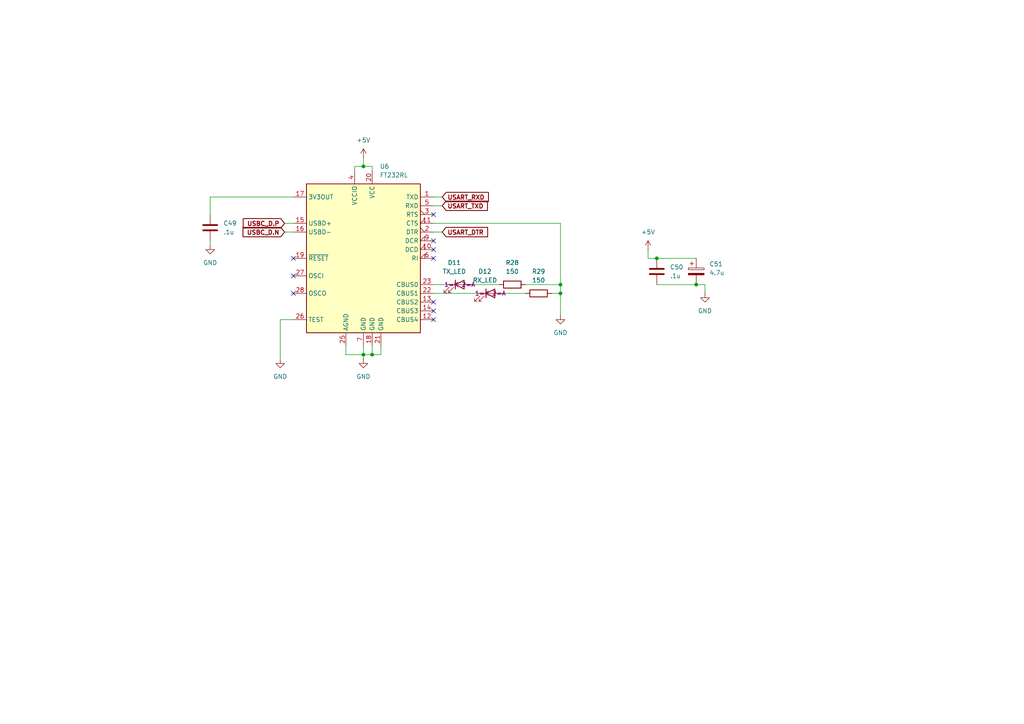
<source format=kicad_sch>
(kicad_sch (version 20250114) (generator "eeschema") (generator_version "9.0")
  (paper "A4")
  (lib_symbols
    (symbol "Device:C" (pin_numbers (hide yes)) (pin_names (offset 0.254))
      (property "Reference" "C" (at 0.635 2.54 0))
      (property "Value" "C" (at 0.635 -2.54 0))
      (symbol "C_0_1"
        (polyline (pts (xy -2.032 0.762) (xy 2.032 0.762)) (stroke (width 0.508)))
        (polyline (pts (xy -2.032 -0.762) (xy 2.032 -0.762)) (stroke (width 0.508)))
      )
      (symbol "C_1_1"
        (pin passive line (at 0 3.81 270) (length 2.794) (name "~") (number "1"))
        (pin passive line (at 0 -3.81 90) (length 2.794) (name "~") (number "2"))
      )
    )
    (symbol "Device:C_Polarized" (pin_numbers (hide yes)) (pin_names (offset 0.254))
      (property "Reference" "C" (at 0.635 2.54 0))
      (property "Value" "C_Polarized" (at 0.635 -2.54 0))
      (symbol "C_Polarized_0_1"
        (rectangle (start -2.286 0.508) (end 2.286 1.016))
        (polyline (pts (xy -1.778 2.286) (xy -0.762 2.286)))
        (polyline (pts (xy -1.27 2.794) (xy -1.27 1.778)))
        (rectangle (start 2.286 -0.508) (end -2.286 -1.016) (fill (type outline)))
      )
      (symbol "C_Polarized_1_1"
        (pin passive line (at 0 3.81 270) (length 2.794) (name "~") (number "1"))
        (pin passive line (at 0 -3.81 90) (length 2.794) (name "~") (number "2"))
      )
    )
    (symbol "Device:LED" (pin_numbers (hide yes)) (pin_names (offset 1.016) (hide yes))
      (property "Reference" "D" (at 0 2.54 0))
      (property "Value" "LED" (at 0 -2.54 0))
      (symbol "LED_0_1"
        (polyline (pts (xy -3.048 -0.762) (xy -4.572 -2.286) (xy -3.81 -2.286) (xy -4.572 -2.286) (xy -4.572 -1.524)))
        (polyline (pts (xy -1.778 -0.762) (xy -3.302 -2.286) (xy -2.54 -2.286) (xy -3.302 -2.286) (xy -3.302 -1.524)))
        (polyline (pts (xy -1.27 0) (xy 1.27 0)))
        (polyline (pts (xy -1.27 -1.27) (xy -1.27 1.27)) (stroke (width 0.254)))
        (polyline (pts (xy 1.27 -1.27) (xy 1.27 1.27) (xy -1.27 0) (xy 1.27 -1.27)) (stroke (width 0.254)))
      )
      (symbol "LED_1_1"
        (pin passive line (at -3.81 0 0) (length 2.54) (name "K") (number "1"))
        (pin passive line (at 3.81 0 180) (length 2.54) (name "A") (number "2"))
      )
    )
    (symbol "Device:R" (pin_numbers (hide yes)) (pin_names (offset 0))
      (property "Reference" "R" (at 2.032 0 90))
      (property "Value" "R" (at 0 0 90))
      (symbol "R_0_1"
        (rectangle (start -1.016 -2.54) (end 1.016 2.54) (stroke (width 0.254)))
      )
      (symbol "R_1_1"
        (pin passive line (at 0 3.81 270) (length 1.27) (name "~") (number "1"))
        (pin passive line (at 0 -3.81 90) (length 1.27) (name "~") (number "2"))
      )
    )
    (symbol "Interface_USB:FT232RL"
      (property "Reference" "U" (at -16.51 22.86 0))
      (property "Value" "FT232RL" (at 10.16 22.86 0))
      (symbol "FT232RL_0_1"
        (rectangle (start -16.51 21.59) (end 16.51 -21.59) (stroke (width 0.254)) (fill (type background)))
      )
      (symbol "FT232RL_1_1"
        (pin power_out line (at -20.32 17.78 0) (length 3.81) (name "3V3OUT") (number "17"))
        (pin bidirectional line (at -20.32 10.16 0) (length 3.81) (name "USBD+") (number "15"))
        (pin bidirectional line (at -20.32 7.62 0) (length 3.81) (name "USBD-") (number "16"))
        (pin input line (at -20.32 0 0) (length 3.81) (name "~{RESET}") (number "19"))
        (pin input line (at -20.32 -5.08 0) (length 3.81) (name "OSCI") (number "27"))
        (pin output line (at -20.32 -10.16 0) (length 3.81) (name "OSCO") (number "28"))
        (pin input line (at -20.32 -17.78 0) (length 3.81) (name "TEST") (number "26"))
        (pin power_in line (at -5.08 -25.4 90) (length 3.81) (name "AGND") (number "25"))
        (pin power_in line (at -2.54 25.4 270) (length 3.81) (name "VCCIO") (number "4"))
        (pin power_in line (at 0 -25.4 90) (length 3.81) (name "GND") (number "7"))
        (pin power_in line (at 2.54 25.4 270) (length 3.81) (name "VCC") (number "20"))
        (pin power_in line (at 2.54 -25.4 90) (length 3.81) (name "GND") (number "18"))
        (pin power_in line (at 5.08 -25.4 90) (length 3.81) (name "GND") (number "21"))
        (pin output line (at 20.32 17.78 180) (length 3.81) (name "TXD") (number "1"))
        (pin input line (at 20.32 15.24 180) (length 3.81) (name "RXD") (number "5"))
        (pin output output_low (at 20.32 12.7 180) (length 3.81) (name "RTS") (number "3"))
        (pin input input_low (at 20.32 10.16 180) (length 3.81) (name "CTS") (number "11"))
        (pin output output_low (at 20.32 7.62 180) (length 3.81) (name "DTR") (number "2"))
        (pin input input_low (at 20.32 5.08 180) (length 3.81) (name "DCR") (number "9"))
        (pin input input_low (at 20.32 2.54 180) (length 3.81) (name "DCD") (number "10"))
        (pin input input_low (at 20.32 0 180) (length 3.81) (name "RI") (number "6"))
        (pin bidirectional line (at 20.32 -7.62 180) (length 3.81) (name "CBUS0") (number "23"))
        (pin bidirectional line (at 20.32 -10.16 180) (length 3.81) (name "CBUS1") (number "22"))
        (pin bidirectional line (at 20.32 -12.7 180) (length 3.81) (name "CBUS2") (number "13"))
        (pin bidirectional line (at 20.32 -15.24 180) (length 3.81) (name "CBUS3") (number "14"))
        (pin bidirectional line (at 20.32 -17.78 180) (length 3.81) (name "CBUS4") (number "12"))
      )
    )
    (symbol "power:+5V" (power) (pin_numbers (hide yes)) (pin_names (offset 0) (hide yes))
      (property "Value" "+5V" (at 0 3.556 0))
      (symbol "+5V_0_1"
        (polyline (pts (xy -0.762 1.27) (xy 0 2.54)))
        (polyline (pts (xy 0 2.54) (xy 0.762 1.27)))
        (polyline (pts (xy 0 0) (xy 0 2.54)))
      )
      (symbol "+5V_1_1"
        (pin power_in line (at 0 0 90) (length 0) (name "~") (number "1"))
      )
    )
    (symbol "power:GND" (power) (pin_numbers (hide yes)) (pin_names (offset 0) (hide yes))
      (property "Value" "GND" (at 0 -3.81 0))
      (symbol "GND_0_1"
        (polyline (pts (xy 0 0) (xy 0 -1.27) (xy 1.27 -1.27) (xy 0 -2.54) (xy -1.27 -1.27) (xy 0 -1.27)))
      )
      (symbol "GND_1_1"
        (pin power_in line (at 0 0 270) (length 0) (name "~") (number "1"))
      )
    )
  )
  (junction (at 162.56 85.09))
  (junction (at 201.93 82.55))
  (junction (at 105.41 102.87))
  (junction (at 162.56 82.55))
  (junction (at 190.5 74.93))
  (junction (at 107.95 102.87))
  (junction (at 105.41 48.26))
  (no_connect (at 125.73 74.93))
  (no_connect (at 125.73 69.85))
  (no_connect (at 125.73 72.39))
  (no_connect (at 85.09 80.01))
  (no_connect (at 125.73 62.23))
  (no_connect (at 85.09 74.93))
  (no_connect (at 125.73 87.63))
  (no_connect (at 125.73 90.17))
  (no_connect (at 125.73 92.71))
  (no_connect (at 85.09 85.09))
  (wire (pts (xy 105.41 102.87) (xy 105.41 104.14)))
  (wire (pts (xy 125.73 59.69) (xy 128.27 59.69)))
  (wire (pts (xy 102.87 49.53) (xy 102.87 48.26)))
  (wire (pts (xy 81.28 92.71) (xy 85.09 92.71)))
  (wire (pts (xy 60.96 57.15) (xy 85.09 57.15)))
  (wire (pts (xy 82.55 67.31) (xy 85.09 67.31)))
  (wire (pts (xy 162.56 85.09) (xy 162.56 91.44)))
  (wire (pts (xy 107.95 48.26) (xy 105.41 48.26)))
  (wire (pts (xy 162.56 82.55) (xy 162.56 85.09)))
  (wire (pts (xy 190.5 74.93) (xy 201.93 74.93)))
  (wire (pts (xy 100.33 102.87) (xy 105.41 102.87)))
  (wire (pts (xy 125.73 57.15) (xy 128.27 57.15)))
  (wire (pts (xy 187.96 72.39) (xy 187.96 74.93)))
  (wire (pts (xy 107.95 100.33) (xy 107.95 102.87)))
  (wire (pts (xy 110.49 102.87) (xy 107.95 102.87)))
  (wire (pts (xy 105.41 48.26) (xy 105.41 45.72)))
  (wire (pts (xy 107.95 49.53) (xy 107.95 48.26)))
  (wire (pts (xy 105.41 102.87) (xy 107.95 102.87)))
  (wire (pts (xy 105.41 100.33) (xy 105.41 102.87)))
  (wire (pts (xy 125.73 64.77) (xy 162.56 64.77)))
  (wire (pts (xy 204.47 82.55) (xy 204.47 85.09)))
  (wire (pts (xy 160.02 85.09) (xy 162.56 85.09)))
  (wire (pts (xy 81.28 104.14) (xy 81.28 92.71)))
  (wire (pts (xy 102.87 48.26) (xy 105.41 48.26)))
  (wire (pts (xy 125.73 67.31) (xy 128.27 67.31)))
  (wire (pts (xy 162.56 64.77) (xy 162.56 82.55)))
  (wire (pts (xy 146.05 85.09) (xy 152.4 85.09)))
  (wire (pts (xy 201.93 82.55) (xy 204.47 82.55)))
  (wire (pts (xy 152.4 82.55) (xy 162.56 82.55)))
  (wire (pts (xy 190.5 82.55) (xy 201.93 82.55)))
  (wire (pts (xy 60.96 71.12) (xy 60.96 69.85)))
  (wire (pts (xy 125.73 85.09) (xy 138.43 85.09)))
  (wire (pts (xy 137.16 82.55) (xy 144.78 82.55)))
  (wire (pts (xy 82.55 64.77) (xy 85.09 64.77)))
  (wire (pts (xy 110.49 100.33) (xy 110.49 102.87)))
  (wire (pts (xy 187.96 74.93) (xy 190.5 74.93)))
  (wire (pts (xy 60.96 62.23) (xy 60.96 57.15)))
  (wire (pts (xy 100.33 100.33) (xy 100.33 102.87)))
  (wire (pts (xy 125.73 82.55) (xy 129.54 82.55)))
  (global_label "USBC_D.P" (shape input) (at 82.55 64.77 180) (effects (font (thickness 0.254) (bold yes))) (property "Intersheetrefs" "${INTERSHEET_REFS}" (effects (hide yes))))
  (global_label "USART_RXD" (shape input) (at 128.27 57.15 0) (effects (font (thickness 0.254) (bold yes))) (property "Intersheetrefs" "${INTERSHEET_REFS}" (effects (hide yes))))
  (global_label "USART_TXD" (shape input) (at 128.27 59.69 0) (effects (font (thickness 0.254) (bold yes))) (property "Intersheetrefs" "${INTERSHEET_REFS}" (effects (hide yes))))
  (global_label "USBC_D.N" (shape input) (at 82.55 67.31 180) (effects (font (thickness 0.254) (bold yes))) (property "Intersheetrefs" "${INTERSHEET_REFS}" (effects (hide yes))))
  (global_label "USART_DTR" (shape input) (at 128.27 67.31 0) (effects (font (thickness 0.254) (bold yes))) (property "Intersheetrefs" "${INTERSHEET_REFS}" (effects (hide yes))))
  (symbol (lib_id "power:GND") (at 81.28 104.14 0) (unit 1)
    (property "Reference" "#PWR060" (effects (hide yes)))
    (property "Value" "GND" (at 81.28 109.22 0))
    (property "Description" "Power symbol creates a global label with name \"GND\" , ground" (effects (hide yes)))
  )
  (symbol (lib_id "power:+5V") (at 105.41 45.72 0) (unit 1)
    (property "Reference" "#PWR061" (effects (hide yes)))
    (property "Value" "+5V" (at 105.41 40.64 0))
    (property "Description" "Power symbol creates a global label with name \"+5V\"" (effects (hide yes)))
  )
  (symbol (lib_id "power:GND") (at 162.56 91.44 0) (unit 1)
    (property "Reference" "#PWR063" (effects (hide yes)))
    (property "Value" "GND" (at 162.56 96.52 0))
    (property "Description" "Power symbol creates a global label with name \"GND\" , ground" (effects (hide yes)))
  )
  (symbol (lib_id "power:GND") (at 105.41 104.14 0) (unit 1)
    (property "Reference" "#PWR062" (effects (hide yes)))
    (property "Value" "GND" (at 105.41 109.22 0))
    (property "Description" "Power symbol creates a global label with name \"GND\" , ground" (effects (hide yes)))
  )
  (symbol (lib_id "power:GND") (at 204.47 85.09 0) (unit 1)
    (property "Reference" "#PWR065" (effects (hide yes)))
    (property "Value" "GND" (at 204.47 90.17 0))
    (property "Description" "Power symbol creates a global label with name \"GND\" , ground" (effects (hide yes)))
  )
  (symbol (lib_id "Interface_USB:FT232RL") (at 105.41 74.93 0) (unit 1)
    (property "Reference" "U6" (at 110.1441 48.26 0) (effects (justify left)))
    (property "Value" "FT232RL" (at 110.1441 50.8 0) (effects (justify left)))
    (property "Footprint" "Package_SO:SSOP-28_5.3x10.2mm_P0.65mm" (effects (hide yes)))
    (property "Datasheet" "https://www.ftdichip.com/Support/Documents/DataSheets/ICs/DS_FT232R.pdf" (effects (hide yes)))
    (property "Description" "USB to Serial Interface, SSOP-28" (effects (hide yes)))
  )
  (symbol (lib_id "power:GND") (at 60.96 71.12 0) (unit 1)
    (property "Reference" "#PWR059" (effects (hide yes)))
    (property "Value" "GND" (at 60.96 76.2 0))
    (property "Description" "Power symbol creates a global label with name \"GND\" , ground" (effects (hide yes)))
  )
  (symbol (lib_id "Device:LED") (at 142.24 85.09 0) (unit 1)
    (property "Reference" "D12" (at 140.6525 78.74 0))
    (property "Value" "RX_LED" (at 140.6525 81.28 0))
    (property "Footprint" "LED_SMD:LED_0603_1608Metric" (effects (hide yes)))
    (property "Description" "Light emitting diode" (effects (hide yes)))
    (property "Sim.Pins" "1=K 2=A" (at 142.24 85.09 0))
  )
  (symbol (lib_id "Device:LED") (at 133.35 82.55 0) (unit 1)
    (property "Reference" "D11" (at 131.7625 76.2 0))
    (property "Value" "TX_LED" (at 131.7625 78.74 0))
    (property "Footprint" "LED_SMD:LED_0603_1608Metric" (effects (hide yes)))
    (property "Description" "Light emitting diode" (effects (hide yes)))
    (property "Sim.Pins" "1=K 2=A" (at 133.35 82.55 0))
  )
  (symbol (lib_id "power:+5V") (at 187.96 72.39 0) (unit 1)
    (property "Reference" "#PWR064" (effects (hide yes)))
    (property "Value" "+5V" (at 187.96 67.31 0))
    (property "Description" "Power symbol creates a global label with name \"+5V\"" (effects (hide yes)))
  )
  (symbol (lib_id "Device:R") (at 148.59 82.55 90) (unit 1)
    (property "Reference" "R28" (at 148.59 76.2 90))
    (property "Value" "150" (at 148.59 78.74 90))
    (property "Footprint" "Resistor_SMD:R_0603_1608Metric" (effects (hide yes)))
    (property "Description" "Resistor" (effects (hide yes)))
  )
  (symbol (lib_id "Device:C") (at 60.96 66.04 0) (unit 1)
    (property "Reference" "C49" (at 64.77 64.7699 0) (effects (justify left)))
    (property "Value" ".1u" (at 64.77 67.3099 0) (effects (justify left)))
    (property "Footprint" "Capacitor_SMD:C_0603_1608Metric" (effects (hide yes)))
    (property "Description" "Unpolarized capacitor" (effects (hide yes)))
  )
  (symbol (lib_id "Device:C_Polarized") (at 201.93 78.74 0) (unit 1)
    (property "Reference" "C51" (at 205.74 76.5809 0) (effects (justify left)))
    (property "Value" "4.7u" (at 205.74 79.1209 0) (effects (justify left)))
    (property "Footprint" "Capacitor_SMD:CP_Elec_6.3x7.7" (effects (hide yes)))
    (property "Description" "Polarized capacitor" (effects (hide yes)))
  )
  (symbol (lib_id "Device:C") (at 190.5 78.74 0) (unit 1)
    (property "Reference" "C50" (at 194.31 77.4699 0) (effects (justify left)))
    (property "Value" ".1u" (at 194.31 80.0099 0) (effects (justify left)))
    (property "Footprint" "Capacitor_SMD:C_0603_1608Metric" (effects (hide yes)))
    (property "Description" "Unpolarized capacitor" (effects (hide yes)))
  )
  (symbol (lib_id "Device:R") (at 156.21 85.09 90) (unit 1)
    (property "Reference" "R29" (at 156.21 78.74 90))
    (property "Value" "150" (at 156.21 81.28 90))
    (property "Footprint" "Resistor_SMD:R_0603_1608Metric" (effects (hide yes)))
    (property "Description" "Resistor" (effects (hide yes)))
  )
)
</source>
